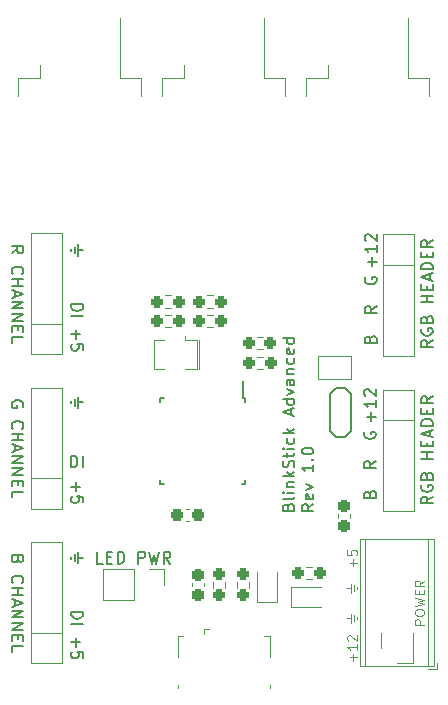
<source format=gto>
G04 #@! TF.GenerationSoftware,KiCad,Pcbnew,(6.0.10)*
G04 #@! TF.CreationDate,2023-05-29T16:45:33+02:00*
G04 #@! TF.ProjectId,BlinkStickAdvanced,426c696e-6b53-4746-9963-6b416476616e,1.0*
G04 #@! TF.SameCoordinates,Original*
G04 #@! TF.FileFunction,Legend,Top*
G04 #@! TF.FilePolarity,Positive*
%FSLAX46Y46*%
G04 Gerber Fmt 4.6, Leading zero omitted, Abs format (unit mm)*
G04 Created by KiCad (PCBNEW (6.0.10)) date 2023-05-29 16:45:33*
%MOMM*%
%LPD*%
G01*
G04 APERTURE LIST*
G04 Aperture macros list*
%AMRoundRect*
0 Rectangle with rounded corners*
0 $1 Rounding radius*
0 $2 $3 $4 $5 $6 $7 $8 $9 X,Y pos of 4 corners*
0 Add a 4 corners polygon primitive as box body*
4,1,4,$2,$3,$4,$5,$6,$7,$8,$9,$2,$3,0*
0 Add four circle primitives for the rounded corners*
1,1,$1+$1,$2,$3*
1,1,$1+$1,$4,$5*
1,1,$1+$1,$6,$7*
1,1,$1+$1,$8,$9*
0 Add four rect primitives between the rounded corners*
20,1,$1+$1,$2,$3,$4,$5,0*
20,1,$1+$1,$4,$5,$6,$7,0*
20,1,$1+$1,$6,$7,$8,$9,0*
20,1,$1+$1,$8,$9,$2,$3,0*%
%AMFreePoly0*
4,1,6,1.000000,0.000000,0.500000,-0.750000,-0.500000,-0.750000,-0.500000,0.750000,0.500000,0.750000,1.000000,0.000000,1.000000,0.000000,$1*%
%AMFreePoly1*
4,1,6,0.500000,-0.750000,-0.650000,-0.750000,-0.150000,0.000000,-0.650000,0.750000,0.500000,0.750000,0.500000,-0.750000,0.500000,-0.750000,$1*%
G04 Aperture macros list end*
%ADD10C,0.120000*%
%ADD11C,0.150000*%
%ADD12R,0.450000X0.600000*%
%ADD13R,1.700000X1.700000*%
%ADD14O,1.700000X1.700000*%
%ADD15R,2.200000X2.200000*%
%ADD16C,2.200000*%
%ADD17R,0.400000X1.350000*%
%ADD18C,1.450000*%
%ADD19R,1.500000X1.900000*%
%ADD20O,1.200000X1.900000*%
%ADD21R,1.200000X1.900000*%
%ADD22RoundRect,0.237500X-0.250000X-0.237500X0.250000X-0.237500X0.250000X0.237500X-0.250000X0.237500X0*%
%ADD23C,4.700000*%
%ADD24RoundRect,0.237500X-0.237500X0.300000X-0.237500X-0.300000X0.237500X-0.300000X0.237500X0.300000X0*%
%ADD25RoundRect,0.237500X0.250000X0.237500X-0.250000X0.237500X-0.250000X-0.237500X0.250000X-0.237500X0*%
%ADD26R,1.100000X4.600000*%
%ADD27R,10.800000X9.400000*%
%ADD28RoundRect,0.237500X0.237500X-0.250000X0.237500X0.250000X-0.237500X0.250000X-0.237500X-0.250000X0*%
%ADD29RoundRect,0.237500X-0.237500X0.250000X-0.237500X-0.250000X0.237500X-0.250000X0.237500X0.250000X0*%
%ADD30R,0.400000X1.900000*%
%ADD31FreePoly0,0.000000*%
%ADD32FreePoly1,0.000000*%
%ADD33R,0.550000X1.600000*%
%ADD34R,1.600000X0.550000*%
%ADD35RoundRect,0.237500X0.237500X-0.300000X0.237500X0.300000X-0.237500X0.300000X-0.237500X-0.300000X0*%
%ADD36RoundRect,0.237500X0.300000X0.237500X-0.300000X0.237500X-0.300000X-0.237500X0.300000X-0.237500X0*%
%ADD37C,1.400000*%
%ADD38R,0.600000X0.450000*%
G04 APERTURE END LIST*
D10*
X70618000Y-57604000D02*
X70618000Y-56334000D01*
X70618000Y-70748500D02*
X70618000Y-69478500D01*
X73158000Y-88736000D02*
X73158000Y-91336000D01*
X43500000Y-76925000D02*
X43500000Y-75655000D01*
X73278000Y-68148500D02*
X73278000Y-70748500D01*
X73278000Y-55004000D02*
X73278000Y-57604000D01*
X43500000Y-63844000D02*
X43500000Y-62574000D01*
X70498000Y-90006000D02*
X70498000Y-88736000D01*
X42170000Y-91336000D02*
X40840000Y-91336000D01*
X42170000Y-65174000D02*
X40840000Y-65174000D01*
X40840000Y-88736000D02*
X40840000Y-91336000D01*
X40840000Y-62574000D02*
X40840000Y-65174000D01*
X73278000Y-68148500D02*
X71948000Y-68148500D01*
X40840000Y-78255000D02*
X42170000Y-78255000D01*
X40840000Y-78255000D02*
X40840000Y-75655000D01*
X43500000Y-90006000D02*
X43500000Y-88736000D01*
X73278000Y-55004000D02*
X71948000Y-55004000D01*
X73158000Y-91336000D02*
X71828000Y-91336000D01*
D11*
X69673428Y-70811833D02*
X69673428Y-70049928D01*
X70054380Y-70430880D02*
X69292476Y-70430880D01*
X70054380Y-69049928D02*
X70054380Y-69621357D01*
X70054380Y-69335642D02*
X69054380Y-69335642D01*
X69197238Y-69430880D01*
X69292476Y-69526119D01*
X69340095Y-69621357D01*
X69149619Y-68668976D02*
X69102000Y-68621357D01*
X69054380Y-68526119D01*
X69054380Y-68288023D01*
X69102000Y-68192785D01*
X69149619Y-68145166D01*
X69244857Y-68097547D01*
X69340095Y-68097547D01*
X69482952Y-68145166D01*
X70054380Y-68716595D01*
X70054380Y-68097547D01*
X44829047Y-81909809D02*
X44829047Y-82862190D01*
X44543333Y-82100285D02*
X44543333Y-82671714D01*
X45257619Y-82386000D02*
X44829047Y-82386000D01*
X44257619Y-82481238D02*
X44257619Y-82290761D01*
X74880380Y-63962571D02*
X74404190Y-64295904D01*
X74880380Y-64534000D02*
X73880380Y-64534000D01*
X73880380Y-64153047D01*
X73928000Y-64057809D01*
X73975619Y-64010190D01*
X74070857Y-63962571D01*
X74213714Y-63962571D01*
X74308952Y-64010190D01*
X74356571Y-64057809D01*
X74404190Y-64153047D01*
X74404190Y-64534000D01*
X73928000Y-63010190D02*
X73880380Y-63105428D01*
X73880380Y-63248285D01*
X73928000Y-63391142D01*
X74023238Y-63486380D01*
X74118476Y-63534000D01*
X74308952Y-63581619D01*
X74451809Y-63581619D01*
X74642285Y-63534000D01*
X74737523Y-63486380D01*
X74832761Y-63391142D01*
X74880380Y-63248285D01*
X74880380Y-63153047D01*
X74832761Y-63010190D01*
X74785142Y-62962571D01*
X74451809Y-62962571D01*
X74451809Y-63153047D01*
X74356571Y-62200666D02*
X74404190Y-62057809D01*
X74451809Y-62010190D01*
X74547047Y-61962571D01*
X74689904Y-61962571D01*
X74785142Y-62010190D01*
X74832761Y-62057809D01*
X74880380Y-62153047D01*
X74880380Y-62534000D01*
X73880380Y-62534000D01*
X73880380Y-62200666D01*
X73928000Y-62105428D01*
X73975619Y-62057809D01*
X74070857Y-62010190D01*
X74166095Y-62010190D01*
X74261333Y-62057809D01*
X74308952Y-62105428D01*
X74356571Y-62200666D01*
X74356571Y-62534000D01*
X74880380Y-60772095D02*
X73880380Y-60772095D01*
X74356571Y-60772095D02*
X74356571Y-60200666D01*
X74880380Y-60200666D02*
X73880380Y-60200666D01*
X74356571Y-59724476D02*
X74356571Y-59391142D01*
X74880380Y-59248285D02*
X74880380Y-59724476D01*
X73880380Y-59724476D01*
X73880380Y-59248285D01*
X74594666Y-58867333D02*
X74594666Y-58391142D01*
X74880380Y-58962571D02*
X73880380Y-58629238D01*
X74880380Y-58295904D01*
X74880380Y-57962571D02*
X73880380Y-57962571D01*
X73880380Y-57724476D01*
X73928000Y-57581619D01*
X74023238Y-57486380D01*
X74118476Y-57438761D01*
X74308952Y-57391142D01*
X74451809Y-57391142D01*
X74642285Y-57438761D01*
X74737523Y-57486380D01*
X74832761Y-57581619D01*
X74880380Y-57724476D01*
X74880380Y-57962571D01*
X74356571Y-56962571D02*
X74356571Y-56629238D01*
X74880380Y-56486380D02*
X74880380Y-56962571D01*
X73880380Y-56962571D01*
X73880380Y-56486380D01*
X74880380Y-55486380D02*
X74404190Y-55819714D01*
X74880380Y-56057809D02*
X73880380Y-56057809D01*
X73880380Y-55676857D01*
X73928000Y-55581619D01*
X73975619Y-55534000D01*
X74070857Y-55486380D01*
X74213714Y-55486380D01*
X74308952Y-55534000D01*
X74356571Y-55581619D01*
X74404190Y-55676857D01*
X74404190Y-56057809D01*
X44257619Y-60905000D02*
X45257619Y-60905000D01*
X45257619Y-61143095D01*
X45210000Y-61285952D01*
X45114761Y-61381190D01*
X45019523Y-61428809D01*
X44829047Y-61476428D01*
X44686190Y-61476428D01*
X44495714Y-61428809D01*
X44400476Y-61381190D01*
X44305238Y-61285952D01*
X44257619Y-61143095D01*
X44257619Y-60905000D01*
X44257619Y-61905000D02*
X45257619Y-61905000D01*
X70105180Y-61096076D02*
X69628990Y-61429409D01*
X70105180Y-61667504D02*
X69105180Y-61667504D01*
X69105180Y-61286552D01*
X69152800Y-61191314D01*
X69200419Y-61143695D01*
X69295657Y-61096076D01*
X69438514Y-61096076D01*
X69533752Y-61143695D01*
X69581371Y-61191314D01*
X69628990Y-61286552D01*
X69628990Y-61667504D01*
X46934761Y-82875380D02*
X46458571Y-82875380D01*
X46458571Y-81875380D01*
X47268095Y-82351571D02*
X47601428Y-82351571D01*
X47744285Y-82875380D02*
X47268095Y-82875380D01*
X47268095Y-81875380D01*
X47744285Y-81875380D01*
X48172857Y-82875380D02*
X48172857Y-81875380D01*
X48410952Y-81875380D01*
X48553809Y-81923000D01*
X48649047Y-82018238D01*
X48696666Y-82113476D01*
X48744285Y-82303952D01*
X48744285Y-82446809D01*
X48696666Y-82637285D01*
X48649047Y-82732523D01*
X48553809Y-82827761D01*
X48410952Y-82875380D01*
X48172857Y-82875380D01*
X49934761Y-82875380D02*
X49934761Y-81875380D01*
X50315714Y-81875380D01*
X50410952Y-81923000D01*
X50458571Y-81970619D01*
X50506190Y-82065857D01*
X50506190Y-82208714D01*
X50458571Y-82303952D01*
X50410952Y-82351571D01*
X50315714Y-82399190D01*
X49934761Y-82399190D01*
X50839523Y-81875380D02*
X51077619Y-82875380D01*
X51268095Y-82161095D01*
X51458571Y-82875380D01*
X51696666Y-81875380D01*
X52649047Y-82875380D02*
X52315714Y-82399190D01*
X52077619Y-82875380D02*
X52077619Y-81875380D01*
X52458571Y-81875380D01*
X52553809Y-81923000D01*
X52601428Y-81970619D01*
X52649047Y-82065857D01*
X52649047Y-82208714D01*
X52601428Y-82303952D01*
X52553809Y-82351571D01*
X52458571Y-82399190D01*
X52077619Y-82399190D01*
X62623571Y-78071071D02*
X62671190Y-77928214D01*
X62718809Y-77880595D01*
X62814047Y-77832976D01*
X62956904Y-77832976D01*
X63052142Y-77880595D01*
X63099761Y-77928214D01*
X63147380Y-78023452D01*
X63147380Y-78404404D01*
X62147380Y-78404404D01*
X62147380Y-78071071D01*
X62195000Y-77975833D01*
X62242619Y-77928214D01*
X62337857Y-77880595D01*
X62433095Y-77880595D01*
X62528333Y-77928214D01*
X62575952Y-77975833D01*
X62623571Y-78071071D01*
X62623571Y-78404404D01*
X63147380Y-77261547D02*
X63099761Y-77356785D01*
X63004523Y-77404404D01*
X62147380Y-77404404D01*
X63147380Y-76880595D02*
X62480714Y-76880595D01*
X62147380Y-76880595D02*
X62195000Y-76928214D01*
X62242619Y-76880595D01*
X62195000Y-76832976D01*
X62147380Y-76880595D01*
X62242619Y-76880595D01*
X62480714Y-76404404D02*
X63147380Y-76404404D01*
X62575952Y-76404404D02*
X62528333Y-76356785D01*
X62480714Y-76261547D01*
X62480714Y-76118690D01*
X62528333Y-76023452D01*
X62623571Y-75975833D01*
X63147380Y-75975833D01*
X63147380Y-75499642D02*
X62147380Y-75499642D01*
X62766428Y-75404404D02*
X63147380Y-75118690D01*
X62480714Y-75118690D02*
X62861666Y-75499642D01*
X63099761Y-74737738D02*
X63147380Y-74594880D01*
X63147380Y-74356785D01*
X63099761Y-74261547D01*
X63052142Y-74213928D01*
X62956904Y-74166309D01*
X62861666Y-74166309D01*
X62766428Y-74213928D01*
X62718809Y-74261547D01*
X62671190Y-74356785D01*
X62623571Y-74547261D01*
X62575952Y-74642500D01*
X62528333Y-74690119D01*
X62433095Y-74737738D01*
X62337857Y-74737738D01*
X62242619Y-74690119D01*
X62195000Y-74642500D01*
X62147380Y-74547261D01*
X62147380Y-74309166D01*
X62195000Y-74166309D01*
X62480714Y-73880595D02*
X62480714Y-73499642D01*
X62147380Y-73737738D02*
X63004523Y-73737738D01*
X63099761Y-73690119D01*
X63147380Y-73594880D01*
X63147380Y-73499642D01*
X63147380Y-73166309D02*
X62480714Y-73166309D01*
X62147380Y-73166309D02*
X62195000Y-73213928D01*
X62242619Y-73166309D01*
X62195000Y-73118690D01*
X62147380Y-73166309D01*
X62242619Y-73166309D01*
X63099761Y-72261547D02*
X63147380Y-72356785D01*
X63147380Y-72547261D01*
X63099761Y-72642500D01*
X63052142Y-72690119D01*
X62956904Y-72737738D01*
X62671190Y-72737738D01*
X62575952Y-72690119D01*
X62528333Y-72642500D01*
X62480714Y-72547261D01*
X62480714Y-72356785D01*
X62528333Y-72261547D01*
X63147380Y-71832976D02*
X62147380Y-71832976D01*
X62766428Y-71737738D02*
X63147380Y-71452023D01*
X62480714Y-71452023D02*
X62861666Y-71832976D01*
X62861666Y-70309166D02*
X62861666Y-69832976D01*
X63147380Y-70404404D02*
X62147380Y-70071071D01*
X63147380Y-69737738D01*
X63147380Y-68975833D02*
X62147380Y-68975833D01*
X63099761Y-68975833D02*
X63147380Y-69071071D01*
X63147380Y-69261547D01*
X63099761Y-69356785D01*
X63052142Y-69404404D01*
X62956904Y-69452023D01*
X62671190Y-69452023D01*
X62575952Y-69404404D01*
X62528333Y-69356785D01*
X62480714Y-69261547D01*
X62480714Y-69071071D01*
X62528333Y-68975833D01*
X62480714Y-68594880D02*
X63147380Y-68356785D01*
X62480714Y-68118690D01*
X63147380Y-67309166D02*
X62623571Y-67309166D01*
X62528333Y-67356785D01*
X62480714Y-67452023D01*
X62480714Y-67642500D01*
X62528333Y-67737738D01*
X63099761Y-67309166D02*
X63147380Y-67404404D01*
X63147380Y-67642500D01*
X63099761Y-67737738D01*
X63004523Y-67785357D01*
X62909285Y-67785357D01*
X62814047Y-67737738D01*
X62766428Y-67642500D01*
X62766428Y-67404404D01*
X62718809Y-67309166D01*
X62480714Y-66832976D02*
X63147380Y-66832976D01*
X62575952Y-66832976D02*
X62528333Y-66785357D01*
X62480714Y-66690119D01*
X62480714Y-66547261D01*
X62528333Y-66452023D01*
X62623571Y-66404404D01*
X63147380Y-66404404D01*
X63099761Y-65499642D02*
X63147380Y-65594880D01*
X63147380Y-65785357D01*
X63099761Y-65880595D01*
X63052142Y-65928214D01*
X62956904Y-65975833D01*
X62671190Y-65975833D01*
X62575952Y-65928214D01*
X62528333Y-65880595D01*
X62480714Y-65785357D01*
X62480714Y-65594880D01*
X62528333Y-65499642D01*
X63099761Y-64690119D02*
X63147380Y-64785357D01*
X63147380Y-64975833D01*
X63099761Y-65071071D01*
X63004523Y-65118690D01*
X62623571Y-65118690D01*
X62528333Y-65071071D01*
X62480714Y-64975833D01*
X62480714Y-64785357D01*
X62528333Y-64690119D01*
X62623571Y-64642500D01*
X62718809Y-64642500D01*
X62814047Y-65118690D01*
X63147380Y-63785357D02*
X62147380Y-63785357D01*
X63099761Y-63785357D02*
X63147380Y-63880595D01*
X63147380Y-64071071D01*
X63099761Y-64166309D01*
X63052142Y-64213928D01*
X62956904Y-64261547D01*
X62671190Y-64261547D01*
X62575952Y-64213928D01*
X62528333Y-64166309D01*
X62480714Y-64071071D01*
X62480714Y-63880595D01*
X62528333Y-63785357D01*
X64757380Y-77832976D02*
X64281190Y-78166309D01*
X64757380Y-78404404D02*
X63757380Y-78404404D01*
X63757380Y-78023452D01*
X63805000Y-77928214D01*
X63852619Y-77880595D01*
X63947857Y-77832976D01*
X64090714Y-77832976D01*
X64185952Y-77880595D01*
X64233571Y-77928214D01*
X64281190Y-78023452D01*
X64281190Y-78404404D01*
X64709761Y-77023452D02*
X64757380Y-77118690D01*
X64757380Y-77309166D01*
X64709761Y-77404404D01*
X64614523Y-77452023D01*
X64233571Y-77452023D01*
X64138333Y-77404404D01*
X64090714Y-77309166D01*
X64090714Y-77118690D01*
X64138333Y-77023452D01*
X64233571Y-76975833D01*
X64328809Y-76975833D01*
X64424047Y-77452023D01*
X64090714Y-76642500D02*
X64757380Y-76404404D01*
X64090714Y-76166309D01*
X64757380Y-74499642D02*
X64757380Y-75071071D01*
X64757380Y-74785357D02*
X63757380Y-74785357D01*
X63900238Y-74880595D01*
X63995476Y-74975833D01*
X64043095Y-75071071D01*
X64662142Y-74071071D02*
X64709761Y-74023452D01*
X64757380Y-74071071D01*
X64709761Y-74118690D01*
X64662142Y-74071071D01*
X64757380Y-74071071D01*
X63757380Y-73404404D02*
X63757380Y-73309166D01*
X63805000Y-73213928D01*
X63852619Y-73166309D01*
X63947857Y-73118690D01*
X64138333Y-73071071D01*
X64376428Y-73071071D01*
X64566904Y-73118690D01*
X64662142Y-73166309D01*
X64709761Y-73213928D01*
X64757380Y-73309166D01*
X64757380Y-73404404D01*
X64709761Y-73499642D01*
X64662142Y-73547261D01*
X64566904Y-73594880D01*
X64376428Y-73642500D01*
X64138333Y-73642500D01*
X63947857Y-73594880D01*
X63852619Y-73547261D01*
X63805000Y-73499642D01*
X63757380Y-73404404D01*
X39726428Y-82529333D02*
X39678809Y-82672190D01*
X39631190Y-82719809D01*
X39535952Y-82767428D01*
X39393095Y-82767428D01*
X39297857Y-82719809D01*
X39250238Y-82672190D01*
X39202619Y-82576952D01*
X39202619Y-82196000D01*
X40202619Y-82196000D01*
X40202619Y-82529333D01*
X40155000Y-82624571D01*
X40107380Y-82672190D01*
X40012142Y-82719809D01*
X39916904Y-82719809D01*
X39821666Y-82672190D01*
X39774047Y-82624571D01*
X39726428Y-82529333D01*
X39726428Y-82196000D01*
X39297857Y-84529333D02*
X39250238Y-84481714D01*
X39202619Y-84338857D01*
X39202619Y-84243619D01*
X39250238Y-84100761D01*
X39345476Y-84005523D01*
X39440714Y-83957904D01*
X39631190Y-83910285D01*
X39774047Y-83910285D01*
X39964523Y-83957904D01*
X40059761Y-84005523D01*
X40155000Y-84100761D01*
X40202619Y-84243619D01*
X40202619Y-84338857D01*
X40155000Y-84481714D01*
X40107380Y-84529333D01*
X39202619Y-84957904D02*
X40202619Y-84957904D01*
X39726428Y-84957904D02*
X39726428Y-85529333D01*
X39202619Y-85529333D02*
X40202619Y-85529333D01*
X39488333Y-85957904D02*
X39488333Y-86434095D01*
X39202619Y-85862666D02*
X40202619Y-86196000D01*
X39202619Y-86529333D01*
X39202619Y-86862666D02*
X40202619Y-86862666D01*
X39202619Y-87434095D01*
X40202619Y-87434095D01*
X39202619Y-87910285D02*
X40202619Y-87910285D01*
X39202619Y-88481714D01*
X40202619Y-88481714D01*
X39726428Y-88957904D02*
X39726428Y-89291238D01*
X39202619Y-89434095D02*
X39202619Y-88957904D01*
X40202619Y-88957904D01*
X40202619Y-89434095D01*
X39202619Y-90338857D02*
X39202619Y-89862666D01*
X40202619Y-89862666D01*
X69102000Y-71760895D02*
X69054380Y-71856133D01*
X69054380Y-71998990D01*
X69102000Y-72141847D01*
X69197238Y-72237085D01*
X69292476Y-72284704D01*
X69482952Y-72332323D01*
X69625809Y-72332323D01*
X69816285Y-72284704D01*
X69911523Y-72237085D01*
X70006761Y-72141847D01*
X70054380Y-71998990D01*
X70054380Y-71903752D01*
X70006761Y-71760895D01*
X69959142Y-71713276D01*
X69625809Y-71713276D01*
X69625809Y-71903752D01*
D10*
X74148904Y-88050219D02*
X73348904Y-88050219D01*
X73348904Y-87745457D01*
X73387000Y-87669266D01*
X73425095Y-87631171D01*
X73501285Y-87593076D01*
X73615571Y-87593076D01*
X73691761Y-87631171D01*
X73729857Y-87669266D01*
X73767952Y-87745457D01*
X73767952Y-88050219D01*
X73348904Y-87097838D02*
X73348904Y-86945457D01*
X73387000Y-86869266D01*
X73463190Y-86793076D01*
X73615571Y-86754980D01*
X73882238Y-86754980D01*
X74034619Y-86793076D01*
X74110809Y-86869266D01*
X74148904Y-86945457D01*
X74148904Y-87097838D01*
X74110809Y-87174028D01*
X74034619Y-87250219D01*
X73882238Y-87288314D01*
X73615571Y-87288314D01*
X73463190Y-87250219D01*
X73387000Y-87174028D01*
X73348904Y-87097838D01*
X73348904Y-86488314D02*
X74148904Y-86297838D01*
X73577476Y-86145457D01*
X74148904Y-85993076D01*
X73348904Y-85802600D01*
X73729857Y-85497838D02*
X73729857Y-85231171D01*
X74148904Y-85116885D02*
X74148904Y-85497838D01*
X73348904Y-85497838D01*
X73348904Y-85116885D01*
X74148904Y-84316885D02*
X73767952Y-84583552D01*
X74148904Y-84774028D02*
X73348904Y-84774028D01*
X73348904Y-84469266D01*
X73387000Y-84393076D01*
X73425095Y-84354980D01*
X73501285Y-84316885D01*
X73615571Y-84316885D01*
X73691761Y-84354980D01*
X73729857Y-84393076D01*
X73767952Y-84469266D01*
X73767952Y-84774028D01*
D11*
X44210000Y-74746380D02*
X44210000Y-73746380D01*
X44448095Y-73746380D01*
X44590952Y-73794000D01*
X44686190Y-73889238D01*
X44733809Y-73984476D01*
X44781428Y-74174952D01*
X44781428Y-74317809D01*
X44733809Y-74508285D01*
X44686190Y-74603523D01*
X44590952Y-74698761D01*
X44448095Y-74746380D01*
X44210000Y-74746380D01*
X45210000Y-74746380D02*
X45210000Y-73746380D01*
X69530571Y-76980571D02*
X69578190Y-76837714D01*
X69625809Y-76790095D01*
X69721047Y-76742476D01*
X69863904Y-76742476D01*
X69959142Y-76790095D01*
X70006761Y-76837714D01*
X70054380Y-76932952D01*
X70054380Y-77313904D01*
X69054380Y-77313904D01*
X69054380Y-76980571D01*
X69102000Y-76885333D01*
X69149619Y-76837714D01*
X69244857Y-76790095D01*
X69340095Y-76790095D01*
X69435333Y-76837714D01*
X69482952Y-76885333D01*
X69530571Y-76980571D01*
X69530571Y-77313904D01*
X70054380Y-74202476D02*
X69578190Y-74535809D01*
X70054380Y-74773904D02*
X69054380Y-74773904D01*
X69054380Y-74392952D01*
X69102000Y-74297714D01*
X69149619Y-74250095D01*
X69244857Y-74202476D01*
X69387714Y-74202476D01*
X69482952Y-74250095D01*
X69530571Y-74297714D01*
X69578190Y-74392952D01*
X69578190Y-74773904D01*
X44257619Y-86966000D02*
X45257619Y-86966000D01*
X45257619Y-87204095D01*
X45210000Y-87346952D01*
X45114761Y-87442190D01*
X45019523Y-87489809D01*
X44829047Y-87537428D01*
X44686190Y-87537428D01*
X44495714Y-87489809D01*
X44400476Y-87442190D01*
X44305238Y-87346952D01*
X44257619Y-87204095D01*
X44257619Y-86966000D01*
X44257619Y-87966000D02*
X45257619Y-87966000D01*
X74880380Y-77207071D02*
X74404190Y-77540404D01*
X74880380Y-77778500D02*
X73880380Y-77778500D01*
X73880380Y-77397547D01*
X73928000Y-77302309D01*
X73975619Y-77254690D01*
X74070857Y-77207071D01*
X74213714Y-77207071D01*
X74308952Y-77254690D01*
X74356571Y-77302309D01*
X74404190Y-77397547D01*
X74404190Y-77778500D01*
X73928000Y-76254690D02*
X73880380Y-76349928D01*
X73880380Y-76492785D01*
X73928000Y-76635642D01*
X74023238Y-76730880D01*
X74118476Y-76778500D01*
X74308952Y-76826119D01*
X74451809Y-76826119D01*
X74642285Y-76778500D01*
X74737523Y-76730880D01*
X74832761Y-76635642D01*
X74880380Y-76492785D01*
X74880380Y-76397547D01*
X74832761Y-76254690D01*
X74785142Y-76207071D01*
X74451809Y-76207071D01*
X74451809Y-76397547D01*
X74356571Y-75445166D02*
X74404190Y-75302309D01*
X74451809Y-75254690D01*
X74547047Y-75207071D01*
X74689904Y-75207071D01*
X74785142Y-75254690D01*
X74832761Y-75302309D01*
X74880380Y-75397547D01*
X74880380Y-75778500D01*
X73880380Y-75778500D01*
X73880380Y-75445166D01*
X73928000Y-75349928D01*
X73975619Y-75302309D01*
X74070857Y-75254690D01*
X74166095Y-75254690D01*
X74261333Y-75302309D01*
X74308952Y-75349928D01*
X74356571Y-75445166D01*
X74356571Y-75778500D01*
X74880380Y-74016595D02*
X73880380Y-74016595D01*
X74356571Y-74016595D02*
X74356571Y-73445166D01*
X74880380Y-73445166D02*
X73880380Y-73445166D01*
X74356571Y-72968976D02*
X74356571Y-72635642D01*
X74880380Y-72492785D02*
X74880380Y-72968976D01*
X73880380Y-72968976D01*
X73880380Y-72492785D01*
X74594666Y-72111833D02*
X74594666Y-71635642D01*
X74880380Y-72207071D02*
X73880380Y-71873738D01*
X74880380Y-71540404D01*
X74880380Y-71207071D02*
X73880380Y-71207071D01*
X73880380Y-70968976D01*
X73928000Y-70826119D01*
X74023238Y-70730880D01*
X74118476Y-70683261D01*
X74308952Y-70635642D01*
X74451809Y-70635642D01*
X74642285Y-70683261D01*
X74737523Y-70730880D01*
X74832761Y-70826119D01*
X74880380Y-70968976D01*
X74880380Y-71207071D01*
X74356571Y-70207071D02*
X74356571Y-69873738D01*
X74880380Y-69730880D02*
X74880380Y-70207071D01*
X73880380Y-70207071D01*
X73880380Y-69730880D01*
X74880380Y-68730880D02*
X74404190Y-69064214D01*
X74880380Y-69302309D02*
X73880380Y-69302309D01*
X73880380Y-68921357D01*
X73928000Y-68826119D01*
X73975619Y-68778500D01*
X74070857Y-68730880D01*
X74213714Y-68730880D01*
X74308952Y-68778500D01*
X74356571Y-68826119D01*
X74404190Y-68921357D01*
X74404190Y-69302309D01*
D10*
X68129142Y-83108715D02*
X68129142Y-82499191D01*
X68433904Y-82803953D02*
X67824380Y-82803953D01*
X67633904Y-81737286D02*
X67633904Y-82118239D01*
X68014857Y-82156334D01*
X67976761Y-82118239D01*
X67938666Y-82042048D01*
X67938666Y-81851572D01*
X67976761Y-81775381D01*
X68014857Y-81737286D01*
X68091047Y-81699191D01*
X68281523Y-81699191D01*
X68357714Y-81737286D01*
X68395809Y-81775381D01*
X68433904Y-81851572D01*
X68433904Y-82042048D01*
X68395809Y-82118239D01*
X68357714Y-82156334D01*
X67976761Y-87883952D02*
X67976761Y-87122047D01*
X68205333Y-87731571D02*
X68205333Y-87274428D01*
X67633904Y-87503000D02*
X67976761Y-87503000D01*
X68433904Y-87426809D02*
X68433904Y-87579190D01*
X67976761Y-85343952D02*
X67976761Y-84582047D01*
X68205333Y-85191571D02*
X68205333Y-84734428D01*
X67633904Y-84963000D02*
X67976761Y-84963000D01*
X68433904Y-84886809D02*
X68433904Y-85039190D01*
D11*
X44829047Y-68737809D02*
X44829047Y-69690190D01*
X44543333Y-68928285D02*
X44543333Y-69499714D01*
X45257619Y-69214000D02*
X44829047Y-69214000D01*
X44257619Y-69309238D02*
X44257619Y-69118761D01*
X39202619Y-56605428D02*
X39678809Y-56272095D01*
X39202619Y-56034000D02*
X40202619Y-56034000D01*
X40202619Y-56414952D01*
X40155000Y-56510190D01*
X40107380Y-56557809D01*
X40012142Y-56605428D01*
X39869285Y-56605428D01*
X39774047Y-56557809D01*
X39726428Y-56510190D01*
X39678809Y-56414952D01*
X39678809Y-56034000D01*
X39297857Y-58367333D02*
X39250238Y-58319714D01*
X39202619Y-58176857D01*
X39202619Y-58081619D01*
X39250238Y-57938761D01*
X39345476Y-57843523D01*
X39440714Y-57795904D01*
X39631190Y-57748285D01*
X39774047Y-57748285D01*
X39964523Y-57795904D01*
X40059761Y-57843523D01*
X40155000Y-57938761D01*
X40202619Y-58081619D01*
X40202619Y-58176857D01*
X40155000Y-58319714D01*
X40107380Y-58367333D01*
X39202619Y-58795904D02*
X40202619Y-58795904D01*
X39726428Y-58795904D02*
X39726428Y-59367333D01*
X39202619Y-59367333D02*
X40202619Y-59367333D01*
X39488333Y-59795904D02*
X39488333Y-60272095D01*
X39202619Y-59700666D02*
X40202619Y-60034000D01*
X39202619Y-60367333D01*
X39202619Y-60700666D02*
X40202619Y-60700666D01*
X39202619Y-61272095D01*
X40202619Y-61272095D01*
X39202619Y-61748285D02*
X40202619Y-61748285D01*
X39202619Y-62319714D01*
X40202619Y-62319714D01*
X39726428Y-62795904D02*
X39726428Y-63129238D01*
X39202619Y-63272095D02*
X39202619Y-62795904D01*
X40202619Y-62795904D01*
X40202619Y-63272095D01*
X39202619Y-64176857D02*
X39202619Y-63700666D01*
X40202619Y-63700666D01*
X69152800Y-58654495D02*
X69105180Y-58749733D01*
X69105180Y-58892590D01*
X69152800Y-59035447D01*
X69248038Y-59130685D01*
X69343276Y-59178304D01*
X69533752Y-59225923D01*
X69676609Y-59225923D01*
X69867085Y-59178304D01*
X69962323Y-59130685D01*
X70057561Y-59035447D01*
X70105180Y-58892590D01*
X70105180Y-58797352D01*
X70057561Y-58654495D01*
X70009942Y-58606876D01*
X69676609Y-58606876D01*
X69676609Y-58797352D01*
X69724228Y-57705433D02*
X69724228Y-56943528D01*
X70105180Y-57324480D02*
X69343276Y-57324480D01*
X70105180Y-55943528D02*
X70105180Y-56514957D01*
X70105180Y-56229242D02*
X69105180Y-56229242D01*
X69248038Y-56324480D01*
X69343276Y-56419719D01*
X69390895Y-56514957D01*
X69200419Y-55562576D02*
X69152800Y-55514957D01*
X69105180Y-55419719D01*
X69105180Y-55181623D01*
X69152800Y-55086385D01*
X69200419Y-55038766D01*
X69295657Y-54991147D01*
X69390895Y-54991147D01*
X69533752Y-55038766D01*
X70105180Y-55610195D01*
X70105180Y-54991147D01*
X44638571Y-75976857D02*
X44638571Y-76738761D01*
X44257619Y-76357809D02*
X45019523Y-76357809D01*
X45257619Y-77691142D02*
X45257619Y-77214952D01*
X44781428Y-77167333D01*
X44829047Y-77214952D01*
X44876666Y-77310190D01*
X44876666Y-77548285D01*
X44829047Y-77643523D01*
X44781428Y-77691142D01*
X44686190Y-77738761D01*
X44448095Y-77738761D01*
X44352857Y-77691142D01*
X44305238Y-77643523D01*
X44257619Y-77548285D01*
X44257619Y-77310190D01*
X44305238Y-77214952D01*
X44352857Y-77167333D01*
X44638571Y-89148857D02*
X44638571Y-89910761D01*
X44257619Y-89529809D02*
X45019523Y-89529809D01*
X45257619Y-90863142D02*
X45257619Y-90386952D01*
X44781428Y-90339333D01*
X44829047Y-90386952D01*
X44876666Y-90482190D01*
X44876666Y-90720285D01*
X44829047Y-90815523D01*
X44781428Y-90863142D01*
X44686190Y-90910761D01*
X44448095Y-90910761D01*
X44352857Y-90863142D01*
X44305238Y-90815523D01*
X44257619Y-90720285D01*
X44257619Y-90482190D01*
X44305238Y-90386952D01*
X44352857Y-90339333D01*
X44829047Y-55848809D02*
X44829047Y-56801190D01*
X44543333Y-56039285D02*
X44543333Y-56610714D01*
X45257619Y-56325000D02*
X44829047Y-56325000D01*
X44257619Y-56420238D02*
X44257619Y-56229761D01*
X69581371Y-63874171D02*
X69628990Y-63731314D01*
X69676609Y-63683695D01*
X69771847Y-63636076D01*
X69914704Y-63636076D01*
X70009942Y-63683695D01*
X70057561Y-63731314D01*
X70105180Y-63826552D01*
X70105180Y-64207504D01*
X69105180Y-64207504D01*
X69105180Y-63874171D01*
X69152800Y-63778933D01*
X69200419Y-63731314D01*
X69295657Y-63683695D01*
X69390895Y-63683695D01*
X69486133Y-63731314D01*
X69533752Y-63778933D01*
X69581371Y-63874171D01*
X69581371Y-64207504D01*
X44638571Y-63087857D02*
X44638571Y-63849761D01*
X44257619Y-63468809D02*
X45019523Y-63468809D01*
X45257619Y-64802142D02*
X45257619Y-64325952D01*
X44781428Y-64278333D01*
X44829047Y-64325952D01*
X44876666Y-64421190D01*
X44876666Y-64659285D01*
X44829047Y-64754523D01*
X44781428Y-64802142D01*
X44686190Y-64849761D01*
X44448095Y-64849761D01*
X44352857Y-64802142D01*
X44305238Y-64754523D01*
X44257619Y-64659285D01*
X44257619Y-64421190D01*
X44305238Y-64325952D01*
X44352857Y-64278333D01*
D10*
X68129142Y-91109666D02*
X68129142Y-90500142D01*
X68433904Y-90804904D02*
X67824380Y-90804904D01*
X68433904Y-89700142D02*
X68433904Y-90157285D01*
X68433904Y-89928714D02*
X67633904Y-89928714D01*
X67748190Y-90004904D01*
X67824380Y-90081095D01*
X67862476Y-90157285D01*
X67710095Y-89395380D02*
X67672000Y-89357285D01*
X67633904Y-89281095D01*
X67633904Y-89090619D01*
X67672000Y-89014428D01*
X67710095Y-88976333D01*
X67786285Y-88938238D01*
X67862476Y-88938238D01*
X67976761Y-88976333D01*
X68433904Y-89433476D01*
X68433904Y-88938238D01*
D11*
X40155000Y-69638809D02*
X40202619Y-69543571D01*
X40202619Y-69400714D01*
X40155000Y-69257857D01*
X40059761Y-69162619D01*
X39964523Y-69115000D01*
X39774047Y-69067380D01*
X39631190Y-69067380D01*
X39440714Y-69115000D01*
X39345476Y-69162619D01*
X39250238Y-69257857D01*
X39202619Y-69400714D01*
X39202619Y-69495952D01*
X39250238Y-69638809D01*
X39297857Y-69686428D01*
X39631190Y-69686428D01*
X39631190Y-69495952D01*
X39297857Y-71448333D02*
X39250238Y-71400714D01*
X39202619Y-71257857D01*
X39202619Y-71162619D01*
X39250238Y-71019761D01*
X39345476Y-70924523D01*
X39440714Y-70876904D01*
X39631190Y-70829285D01*
X39774047Y-70829285D01*
X39964523Y-70876904D01*
X40059761Y-70924523D01*
X40155000Y-71019761D01*
X40202619Y-71162619D01*
X40202619Y-71257857D01*
X40155000Y-71400714D01*
X40107380Y-71448333D01*
X39202619Y-71876904D02*
X40202619Y-71876904D01*
X39726428Y-71876904D02*
X39726428Y-72448333D01*
X39202619Y-72448333D02*
X40202619Y-72448333D01*
X39488333Y-72876904D02*
X39488333Y-73353095D01*
X39202619Y-72781666D02*
X40202619Y-73115000D01*
X39202619Y-73448333D01*
X39202619Y-73781666D02*
X40202619Y-73781666D01*
X39202619Y-74353095D01*
X40202619Y-74353095D01*
X39202619Y-74829285D02*
X40202619Y-74829285D01*
X39202619Y-75400714D01*
X40202619Y-75400714D01*
X39726428Y-75876904D02*
X39726428Y-76210238D01*
X39202619Y-76353095D02*
X39202619Y-75876904D01*
X40202619Y-75876904D01*
X40202619Y-76353095D01*
X39202619Y-77257857D02*
X39202619Y-76781666D01*
X40202619Y-76781666D01*
D10*
X59983000Y-86172000D02*
X59983000Y-83622000D01*
X61683000Y-86172000D02*
X61683000Y-83622000D01*
X59983000Y-86172000D02*
X61683000Y-86172000D01*
X43500000Y-75655000D02*
X40840000Y-75655000D01*
X43500000Y-75655000D02*
X43500000Y-67975000D01*
X43500000Y-67975000D02*
X40840000Y-67975000D01*
X43500000Y-78255000D02*
X42170000Y-78255000D01*
X40840000Y-75655000D02*
X40840000Y-67975000D01*
X43500000Y-76925000D02*
X43500000Y-78255000D01*
X74491200Y-91817600D02*
X75231200Y-91817600D01*
X74431200Y-91577600D02*
X74431200Y-80837600D01*
X75231200Y-91817600D02*
X75231200Y-91317600D01*
X69131200Y-91577600D02*
X69131200Y-80837600D01*
X68671200Y-91577600D02*
X74991200Y-91577600D01*
X68671200Y-91577600D02*
X68671200Y-80837600D01*
X68671200Y-80837600D02*
X74991200Y-80837600D01*
X74991200Y-91577600D02*
X74991200Y-80837600D01*
X53256000Y-93374300D02*
X53256000Y-93124300D01*
X61056000Y-88974300D02*
X60606000Y-88974300D01*
X55456000Y-88424300D02*
X55906000Y-88424300D01*
X53256000Y-90824300D02*
X53256000Y-88974300D01*
X61056000Y-90824300D02*
X61056000Y-88974300D01*
X61056000Y-93374300D02*
X61056000Y-93124300D01*
X55456000Y-88424300D02*
X55456000Y-88874300D01*
X53256000Y-88974300D02*
X53706000Y-88974300D01*
X70618000Y-69478500D02*
X70618000Y-68148500D01*
X70618000Y-70748500D02*
X70618000Y-78428500D01*
X70618000Y-78428500D02*
X73278000Y-78428500D01*
X73278000Y-70748500D02*
X73278000Y-78428500D01*
X70618000Y-70748500D02*
X73278000Y-70748500D01*
X70618000Y-68148500D02*
X71948000Y-68148500D01*
X40840000Y-62574000D02*
X40840000Y-54894000D01*
X43500000Y-62574000D02*
X43500000Y-54894000D01*
X43500000Y-63844000D02*
X43500000Y-65174000D01*
X43500000Y-62574000D02*
X40840000Y-62574000D01*
X43500000Y-65174000D02*
X42170000Y-65174000D01*
X43500000Y-54894000D02*
X40840000Y-54894000D01*
X59971776Y-66398500D02*
X60481224Y-66398500D01*
X59971776Y-65353500D02*
X60481224Y-65353500D01*
X66800000Y-78720733D02*
X66800000Y-79013267D01*
X67820000Y-78720733D02*
X67820000Y-79013267D01*
X52704724Y-61228500D02*
X52195276Y-61228500D01*
X52704724Y-60183500D02*
X52195276Y-60183500D01*
X70618000Y-57604000D02*
X73278000Y-57604000D01*
X70618000Y-56334000D02*
X70618000Y-55004000D01*
X73278000Y-57604000D02*
X73278000Y-65284000D01*
X70618000Y-55004000D02*
X71948000Y-55004000D01*
X70618000Y-65284000D02*
X73278000Y-65284000D01*
X70618000Y-57604000D02*
X70618000Y-65284000D01*
X64170500Y-41789190D02*
X65980500Y-41789190D01*
X74570500Y-43289190D02*
X74570500Y-41789190D01*
X64170500Y-43289190D02*
X64170500Y-41789190D01*
X65980500Y-41789190D02*
X65980500Y-40689190D01*
X74570500Y-41789190D02*
X72760500Y-41789190D01*
X72760500Y-41789190D02*
X72760500Y-36664190D01*
X52136000Y-83342000D02*
X52136000Y-84672000D01*
X46936000Y-83342000D02*
X46936000Y-86002000D01*
X49536000Y-83342000D02*
X46936000Y-83342000D01*
X50806000Y-83342000D02*
X52136000Y-83342000D01*
X49536000Y-83342000D02*
X49536000Y-86002000D01*
X49536000Y-86002000D02*
X46936000Y-86002000D01*
X59949276Y-64747500D02*
X60458724Y-64747500D01*
X59949276Y-63702500D02*
X60458724Y-63702500D01*
X57291500Y-84926724D02*
X57291500Y-84417276D01*
X56246500Y-84926724D02*
X56246500Y-84417276D01*
X58278500Y-84417276D02*
X58278500Y-84926724D01*
X59323500Y-84417276D02*
X59323500Y-84926724D01*
X51286000Y-63982000D02*
X52086000Y-63982000D01*
X54886000Y-66382000D02*
X53886000Y-66382000D01*
X55086000Y-66382000D02*
X55086000Y-64382000D01*
X53886000Y-63982000D02*
X54886000Y-63982000D01*
X54886000Y-64382000D02*
X54886000Y-66382000D01*
X52086000Y-66382000D02*
X51286000Y-66382000D01*
X53886000Y-63982000D02*
X53886000Y-63582000D01*
X54886000Y-64382000D02*
X54886000Y-63982000D01*
X51286000Y-64382000D02*
X51286000Y-63982000D01*
X51286000Y-66382000D02*
X51286000Y-64382000D01*
X55086000Y-64382000D02*
X55086000Y-63982000D01*
X67948000Y-67294000D02*
X65148000Y-67294000D01*
X65148000Y-67294000D02*
X65148000Y-65294000D01*
X65148000Y-65294000D02*
X67948000Y-65294000D01*
X67948000Y-65294000D02*
X67948000Y-67294000D01*
X64643724Y-83133500D02*
X64134276Y-83133500D01*
X64643724Y-84178500D02*
X64134276Y-84178500D01*
X62378500Y-43289190D02*
X62378500Y-41789190D01*
X51978500Y-43289190D02*
X51978500Y-41789190D01*
X62378500Y-41789190D02*
X60568500Y-41789190D01*
X60568500Y-41789190D02*
X60568500Y-36664190D01*
X51978500Y-41789190D02*
X53788500Y-41789190D01*
X53788500Y-41789190D02*
X53788500Y-40689190D01*
X55752276Y-61228500D02*
X56261724Y-61228500D01*
X55752276Y-60183500D02*
X56261724Y-60183500D01*
D11*
X59003000Y-68855000D02*
X58778000Y-68855000D01*
X51753000Y-68855000D02*
X51753000Y-69180000D01*
X59003000Y-68855000D02*
X59003000Y-69180000D01*
X51753000Y-76105000D02*
X51753000Y-75780000D01*
X59003000Y-76105000D02*
X58678000Y-76105000D01*
X51753000Y-76105000D02*
X52078000Y-76105000D01*
X58778000Y-68855000D02*
X58778000Y-67430000D01*
X59003000Y-76105000D02*
X59003000Y-75780000D01*
X51753000Y-68855000D02*
X52078000Y-68855000D01*
D10*
X55752276Y-62879500D02*
X56261724Y-62879500D01*
X55752276Y-61834500D02*
X56261724Y-61834500D01*
X54481000Y-84818267D02*
X54481000Y-84525733D01*
X55501000Y-84818267D02*
X55501000Y-84525733D01*
X43500000Y-88736000D02*
X40840000Y-88736000D01*
X43500000Y-88736000D02*
X43500000Y-81056000D01*
X43500000Y-81056000D02*
X40840000Y-81056000D01*
X40840000Y-88736000D02*
X40840000Y-81056000D01*
X43500000Y-91336000D02*
X42170000Y-91336000D01*
X43500000Y-90006000D02*
X43500000Y-91336000D01*
X52705724Y-61834500D02*
X52196276Y-61834500D01*
X52705724Y-62879500D02*
X52196276Y-62879500D01*
X54248267Y-78230000D02*
X53955733Y-78230000D01*
X54248267Y-79250000D02*
X53955733Y-79250000D01*
X39786500Y-43289190D02*
X39786500Y-41789190D01*
X50186500Y-43289190D02*
X50186500Y-41789190D01*
X48376500Y-41789190D02*
X48376500Y-36664190D01*
X41596500Y-41789190D02*
X41596500Y-40689190D01*
X50186500Y-41789190D02*
X48376500Y-41789190D01*
X39786500Y-41789190D02*
X41596500Y-41789190D01*
D11*
X67956000Y-68529000D02*
X67956000Y-71649000D01*
X66656000Y-72149000D02*
X66156000Y-71649000D01*
X66156000Y-71649000D02*
X66156000Y-68529000D01*
X67456000Y-68029000D02*
X67956000Y-68529000D01*
X66156000Y-68529000D02*
X66656000Y-68029000D01*
X67956000Y-71649000D02*
X67456000Y-72149000D01*
X67456000Y-72149000D02*
X66656000Y-72149000D01*
X66656000Y-68029000D02*
X67456000Y-68029000D01*
D10*
X62889000Y-84838000D02*
X65439000Y-84838000D01*
X62889000Y-84838000D02*
X62889000Y-86538000D01*
X62889000Y-86538000D02*
X65439000Y-86538000D01*
%LPC*%
D12*
X60833000Y-85722000D03*
X60833000Y-83622000D03*
D13*
X42170000Y-76925000D03*
D14*
X42170000Y-74385000D03*
X42170000Y-71845000D03*
X42170000Y-69305000D03*
D15*
X71831200Y-90017600D03*
D16*
X71831200Y-87477600D03*
X71831200Y-84937600D03*
X71831200Y-82397600D03*
D17*
X55856000Y-89274300D03*
X56506000Y-89274300D03*
X57156000Y-89274300D03*
X57806000Y-89274300D03*
X58456000Y-89274300D03*
D18*
X59656000Y-89274300D03*
D19*
X56156000Y-91974300D03*
D18*
X54656000Y-89274300D03*
D20*
X60656000Y-91974300D03*
D21*
X60056000Y-91974300D03*
D19*
X58156000Y-91974300D03*
D21*
X54256000Y-91974300D03*
D20*
X53656000Y-91974300D03*
D13*
X71948000Y-69478500D03*
D14*
X71948000Y-72018500D03*
X71948000Y-74558500D03*
X71948000Y-77098500D03*
D13*
X42170000Y-63844000D03*
D14*
X42170000Y-61304000D03*
X42170000Y-58764000D03*
X42170000Y-56224000D03*
D22*
X59314000Y-65876000D03*
X61139000Y-65876000D03*
D23*
X65198000Y-89935000D03*
D24*
X67310000Y-78004500D03*
X67310000Y-79729500D03*
D23*
X49114000Y-89935000D03*
D25*
X53362500Y-60706000D03*
X51537500Y-60706000D03*
D13*
X71948000Y-56334000D03*
D14*
X71948000Y-58874000D03*
X71948000Y-61414000D03*
X71948000Y-63954000D03*
D26*
X71910500Y-38964190D03*
D27*
X69370500Y-48114190D03*
D26*
X66830500Y-38964190D03*
D13*
X50806000Y-84672000D03*
D14*
X48266000Y-84672000D03*
D22*
X59291500Y-64225000D03*
X61116500Y-64225000D03*
D28*
X56769000Y-85584500D03*
X56769000Y-83759500D03*
D29*
X58801000Y-83759500D03*
X58801000Y-85584500D03*
D30*
X54286000Y-65182000D03*
X53086000Y-65182000D03*
X51886000Y-65182000D03*
D31*
X65823000Y-66294000D03*
D32*
X67273000Y-66294000D03*
D25*
X65301500Y-83656000D03*
X63476500Y-83656000D03*
D26*
X59718500Y-38964190D03*
D27*
X57178500Y-48114190D03*
D26*
X54638500Y-38964190D03*
D22*
X55094500Y-60706000D03*
X56919500Y-60706000D03*
D33*
X58178000Y-68230000D03*
X57378000Y-68230000D03*
X56578000Y-68230000D03*
X55778000Y-68230000D03*
X54978000Y-68230000D03*
X54178000Y-68230000D03*
X53378000Y-68230000D03*
X52578000Y-68230000D03*
D34*
X51128000Y-69680000D03*
X51128000Y-70480000D03*
X51128000Y-71280000D03*
X51128000Y-72080000D03*
X51128000Y-72880000D03*
X51128000Y-73680000D03*
X51128000Y-74480000D03*
X51128000Y-75280000D03*
D33*
X52578000Y-76730000D03*
X53378000Y-76730000D03*
X54178000Y-76730000D03*
X54978000Y-76730000D03*
X55778000Y-76730000D03*
X56578000Y-76730000D03*
X57378000Y-76730000D03*
X58178000Y-76730000D03*
D34*
X59628000Y-75280000D03*
X59628000Y-74480000D03*
X59628000Y-73680000D03*
X59628000Y-72880000D03*
X59628000Y-72080000D03*
X59628000Y-71280000D03*
X59628000Y-70480000D03*
X59628000Y-69680000D03*
D22*
X55094500Y-62357000D03*
X56919500Y-62357000D03*
D23*
X49114000Y-56935100D03*
D35*
X54991000Y-85534500D03*
X54991000Y-83809500D03*
D13*
X42170000Y-90006000D03*
D14*
X42170000Y-87466000D03*
X42170000Y-84926000D03*
X42170000Y-82386000D03*
D25*
X53363500Y-62357000D03*
X51538500Y-62357000D03*
D36*
X54964500Y-78740000D03*
X53239500Y-78740000D03*
D23*
X65198000Y-56935100D03*
D26*
X47526500Y-38964190D03*
D27*
X44986500Y-48114190D03*
D26*
X42446500Y-38964190D03*
D37*
X67056000Y-69079000D03*
X67056000Y-71119000D03*
D38*
X63339000Y-85688000D03*
X65439000Y-85688000D03*
M02*

</source>
